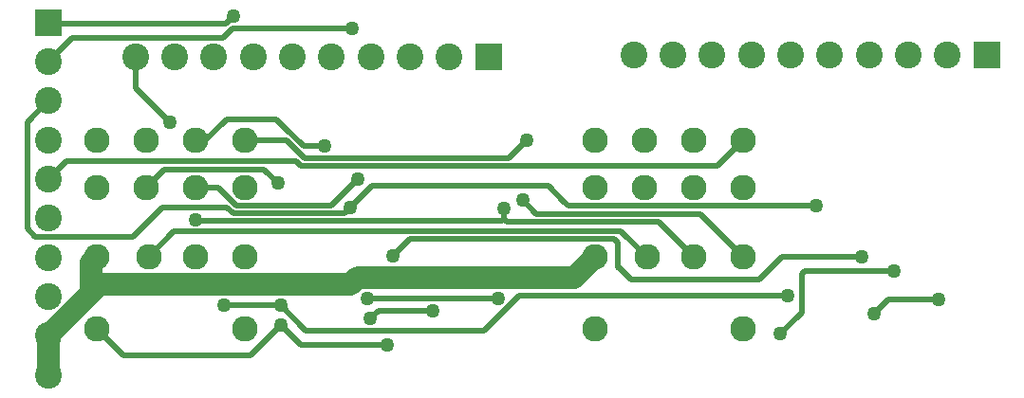
<source format=gbl>
%TF.GenerationSoftware,KiCad,Pcbnew,(5.99.0-9393-ga28cb98626)*%
%TF.CreationDate,2021-02-27T14:03:50-08:00*%
%TF.ProjectId,AuxRelays,41757852-656c-4617-9973-2e6b69636164,n/c*%
%TF.SameCoordinates,Original*%
%TF.FileFunction,Copper,L2,Bot*%
%TF.FilePolarity,Positive*%
%FSLAX46Y46*%
G04 Gerber Fmt 4.6, Leading zero omitted, Abs format (unit mm)*
G04 Created by KiCad (PCBNEW (5.99.0-9393-ga28cb98626)) date 2021-02-27 14:03:50*
%MOMM*%
%LPD*%
G01*
G04 APERTURE LIST*
%TA.AperFunction,ComponentPad*%
%ADD10C,2.286000*%
%TD*%
%TA.AperFunction,ComponentPad*%
%ADD11C,2.400000*%
%TD*%
%TA.AperFunction,ComponentPad*%
%ADD12R,2.400000X2.400000*%
%TD*%
%TA.AperFunction,ViaPad*%
%ADD13C,1.270000*%
%TD*%
%TA.AperFunction,Conductor*%
%ADD14C,0.508000*%
%TD*%
%TA.AperFunction,Conductor*%
%ADD15C,2.032000*%
%TD*%
G04 APERTURE END LIST*
D10*
%TO.P,RLY2,14*%
%TO.N,Net-(D13-Pad1)*%
X150233000Y-132116000D03*
%TO.P,RLY2,13*%
%TO.N,Net-(D13-Pad2)*%
X137033000Y-132116000D03*
%TO.P,RLY2,12*%
%TO.N,Net-(RLY1-Pad4)*%
X150233000Y-125716000D03*
%TO.P,RLY2,11*%
%TO.N,Net-(J2-Pad10)*%
X145833000Y-125716000D03*
%TO.P,RLY2,10*%
%TO.N,Net-(J1-Pad10)*%
X141633000Y-125716000D03*
%TO.P,RLY2,9*%
%TO.N,Net-(J3-Pad10)*%
X137033000Y-125716000D03*
%TO.P,RLY2,8*%
%TO.N,Net-(D19-Pad2)*%
X150233000Y-119516000D03*
%TO.P,RLY2,7*%
%TO.N,Net-(D17-Pad2)*%
X145833000Y-119516000D03*
%TO.P,RLY2,6*%
%TO.N,Net-(D15-Pad2)*%
X141433000Y-119516000D03*
%TO.P,RLY2,5*%
%TO.N,Net-(J2-Pad8)*%
X137033000Y-119516000D03*
%TO.P,RLY2,4*%
%TO.N,Net-(J3-Pad5)*%
X150233000Y-115316000D03*
%TO.P,RLY2,3*%
%TO.N,Net-(D16-Pad2)*%
X145833000Y-115316000D03*
%TO.P,RLY2,2*%
%TO.N,unconnected-(RLY2-Pad2)*%
X141433000Y-115316000D03*
%TO.P,RLY2,1*%
%TO.N,unconnected-(RLY2-Pad1)*%
X137033000Y-115316000D03*
%TD*%
%TO.P,RLY1,14*%
%TO.N,Net-(D2-Pad1)*%
X105783000Y-132116000D03*
%TO.P,RLY1,13*%
%TO.N,Net-(D2-Pad2)*%
X92583000Y-132116000D03*
%TO.P,RLY1,12*%
%TO.N,Net-(J3-Pad1)*%
X105783000Y-125716000D03*
%TO.P,RLY1,11*%
%TO.N,Net-(J2-Pad10)*%
X101383000Y-125716000D03*
%TO.P,RLY1,10*%
%TO.N,Net-(J1-Pad10)*%
X97183000Y-125716000D03*
%TO.P,RLY1,9*%
%TO.N,Net-(J3-Pad10)*%
X92583000Y-125716000D03*
%TO.P,RLY1,8*%
%TO.N,Net-(D11-Pad2)*%
X105783000Y-119516000D03*
%TO.P,RLY1,7*%
%TO.N,Net-(D6-Pad2)*%
X101383000Y-119516000D03*
%TO.P,RLY1,6*%
%TO.N,Net-(D4-Pad2)*%
X96983000Y-119516000D03*
%TO.P,RLY1,5*%
%TO.N,Net-(J1-Pad8)*%
X92583000Y-119516000D03*
%TO.P,RLY1,4*%
%TO.N,Net-(RLY1-Pad4)*%
X105783000Y-115316000D03*
%TO.P,RLY1,3*%
%TO.N,Net-(D5-Pad2)*%
X101383000Y-115316000D03*
%TO.P,RLY1,2*%
%TO.N,unconnected-(RLY1-Pad2)*%
X96983000Y-115316000D03*
%TO.P,RLY1,1*%
%TO.N,unconnected-(RLY1-Pad1)*%
X92583000Y-115316000D03*
%TD*%
D11*
%TO.P,J3,10,Pin_10*%
%TO.N,Net-(J3-Pad10)*%
X88265000Y-136275000D03*
%TO.P,J3,9,Pin_9*%
X88265000Y-132775000D03*
%TO.P,J3,8,Pin_8*%
%TO.N,GND*%
X88265000Y-129275000D03*
%TO.P,J3,7,Pin_7*%
X88265000Y-125775000D03*
%TO.P,J3,6,Pin_6*%
%TO.N,unconnected-(J3-Pad6)*%
X88265000Y-122275000D03*
%TO.P,J3,5,Pin_5*%
%TO.N,Net-(J3-Pad5)*%
X88265000Y-118775000D03*
%TO.P,J3,4,Pin_4*%
%TO.N,Net-(J3-Pad4)*%
X88265000Y-115275000D03*
%TO.P,J3,3,Pin_3*%
%TO.N,Net-(D20-Pad2)*%
X88265000Y-111775000D03*
%TO.P,J3,2,Pin_2*%
%TO.N,Net-(D11-Pad1)*%
X88265000Y-108275000D03*
D12*
%TO.P,J3,1,Pin_1*%
%TO.N,Net-(J3-Pad1)*%
X88265000Y-104775000D03*
%TD*%
D11*
%TO.P,J2,10,Pin_10*%
%TO.N,Net-(J2-Pad10)*%
X140460000Y-107696000D03*
%TO.P,J2,9,Pin_9*%
%TO.N,Net-(J2-Pad8)*%
X143960000Y-107696000D03*
%TO.P,J2,8,Pin_8*%
X147460000Y-107696000D03*
%TO.P,J2,7,Pin_7*%
%TO.N,Net-(D15-Pad1)*%
X150960000Y-107696000D03*
%TO.P,J2,6,Pin_6*%
%TO.N,Net-(D16-Pad1)*%
X154460000Y-107696000D03*
%TO.P,J2,5,Pin_5*%
%TO.N,Net-(D17-Pad1)*%
X157960000Y-107696000D03*
%TO.P,J2,4,Pin_4*%
%TO.N,Net-(D14-Pad2)*%
X161460000Y-107696000D03*
%TO.P,J2,3,Pin_3*%
%TO.N,Net-(D21-Pad2)*%
X164960000Y-107696000D03*
%TO.P,J2,2,Pin_2*%
%TO.N,Net-(D13-Pad2)*%
X168460000Y-107696000D03*
D12*
%TO.P,J2,1,Pin_1*%
%TO.N,Net-(D18-Pad1)*%
X171960000Y-107696000D03*
%TD*%
D11*
%TO.P,J1,10,Pin_10*%
%TO.N,Net-(J1-Pad10)*%
X96010000Y-107823000D03*
%TO.P,J1,9,Pin_9*%
%TO.N,Net-(J1-Pad8)*%
X99510000Y-107823000D03*
%TO.P,J1,8,Pin_8*%
X103010000Y-107823000D03*
%TO.P,J1,7,Pin_7*%
%TO.N,Net-(D4-Pad1)*%
X106510000Y-107823000D03*
%TO.P,J1,6,Pin_6*%
%TO.N,Net-(D5-Pad1)*%
X110010000Y-107823000D03*
%TO.P,J1,5,Pin_5*%
%TO.N,Net-(D6-Pad1)*%
X113510000Y-107823000D03*
%TO.P,J1,4,Pin_4*%
%TO.N,Net-(D3-Pad2)*%
X117010000Y-107823000D03*
%TO.P,J1,3,Pin_3*%
%TO.N,Net-(D10-Pad2)*%
X120510000Y-107823000D03*
%TO.P,J1,2,Pin_2*%
%TO.N,Net-(D2-Pad2)*%
X124010000Y-107823000D03*
D12*
%TO.P,J1,1,Pin_1*%
%TO.N,Net-(D7-Pad1)*%
X127510000Y-107823000D03*
%TD*%
D13*
%TO.N,Net-(J1-Pad10)*%
X99060000Y-113665000D03*
%TO.N,Net-(D2-Pad2)*%
X118491000Y-133604000D03*
X108966000Y-131826000D03*
%TO.N,Net-(J3-Pad4)*%
X103886000Y-130048000D03*
%TO.N,Net-(D11-Pad1)*%
X115316000Y-105283000D03*
%TO.N,Net-(J3-Pad1)*%
X104775000Y-104193990D03*
%TO.N,Net-(D5-Pad2)*%
X112903000Y-115824000D03*
%TO.N,Net-(D4-Pad2)*%
X108712000Y-119126000D03*
%TO.N,Net-(D6-Pad2)*%
X115824000Y-118745000D03*
%TO.N,Net-(D2-Pad2)*%
X116713000Y-129413000D03*
X128397000Y-129413000D03*
%TO.N,Net-(J3-Pad4)*%
X154178000Y-129159000D03*
X108966000Y-130048000D03*
%TO.N,Net-(D20-Pad2)*%
X156718000Y-121158000D03*
X115189000Y-121285000D03*
%TO.N,Net-(D19-Pad2)*%
X153543000Y-132588000D03*
X163660002Y-127000000D03*
%TO.N,Net-(D11-Pad1)*%
X160782000Y-125730000D03*
X118999000Y-125603000D03*
%TO.N,Net-(J2-Pad10)*%
X128905000Y-121412000D03*
%TO.N,Net-(RLY1-Pad4)*%
X130556000Y-120650000D03*
X130883010Y-115302253D03*
%TO.N,Net-(J2-Pad10)*%
X101346000Y-122374010D03*
%TO.N,Net-(D1-Pad2)*%
X122555000Y-130502010D03*
X116979075Y-131219169D03*
%TO.N,Net-(D12-Pad2)*%
X167640000Y-129540000D03*
X161925000Y-130810000D03*
%TD*%
D14*
%TO.N,Net-(J1-Pad10)*%
X96010000Y-107823000D02*
X96010000Y-110615000D01*
X96010000Y-110615000D02*
X99060000Y-113665000D01*
%TO.N,Net-(D20-Pad2)*%
X104187145Y-121285000D02*
X98425000Y-121285000D01*
X95780989Y-123929011D02*
X98425000Y-121285000D01*
X86360000Y-113680000D02*
X86360000Y-123190000D01*
X88265000Y-111775000D02*
X86360000Y-113680000D01*
X87099011Y-123929011D02*
X95780989Y-123929011D01*
X86360000Y-123190000D02*
X87099011Y-123929011D01*
%TO.N,Net-(J3-Pad4)*%
X127113552Y-132308170D02*
X111226170Y-132308170D01*
X130262722Y-129159000D02*
X127113552Y-132308170D01*
X154178000Y-129159000D02*
X130262722Y-129159000D01*
%TO.N,Net-(D1-Pad2)*%
X122555000Y-130502010D02*
X117696234Y-130502010D01*
%TO.N,Net-(J3-Pad4)*%
X111226170Y-132308170D02*
X108966000Y-130048000D01*
%TO.N,Net-(D1-Pad2)*%
X117696234Y-130502010D02*
X116979075Y-131219169D01*
%TO.N,Net-(D2-Pad2)*%
X108966000Y-131826000D02*
X110744000Y-133604000D01*
X110744000Y-133604000D02*
X118491000Y-133604000D01*
X106299000Y-134493000D02*
X94960000Y-134493000D01*
X94960000Y-134493000D02*
X92583000Y-132116000D01*
X108966000Y-131826000D02*
X106299000Y-134493000D01*
%TO.N,Net-(D20-Pad2)*%
X104723167Y-121821022D02*
X104187145Y-121285000D01*
X114652978Y-121821022D02*
X104723167Y-121821022D01*
X115189000Y-121285000D02*
X114652978Y-121821022D01*
%TO.N,Net-(J3-Pad4)*%
X108966000Y-130048000D02*
X103886000Y-130048000D01*
%TO.N,Net-(J3-Pad1)*%
X88265000Y-104775000D02*
X88392000Y-104902000D01*
%TO.N,Net-(D11-Pad1)*%
X104687268Y-105283000D02*
X103801279Y-106168989D01*
%TO.N,Net-(J3-Pad1)*%
X104066990Y-104902000D02*
X104775000Y-104193990D01*
X88392000Y-104902000D02*
X104066990Y-104902000D01*
%TO.N,Net-(D11-Pad1)*%
X115316000Y-105283000D02*
X104687268Y-105283000D01*
X103801279Y-106168989D02*
X90371011Y-106168989D01*
X90371011Y-106168989D02*
X88265000Y-108275000D01*
%TO.N,Net-(D5-Pad2)*%
X108585000Y-113411000D02*
X109347000Y-114173000D01*
%TO.N,Net-(J3-Pad5)*%
X110319434Y-117147990D02*
X89892010Y-117147990D01*
X110792456Y-117621012D02*
X110319434Y-117147990D01*
X150233000Y-115316000D02*
X147927988Y-117621012D01*
X147927988Y-117621012D02*
X110792456Y-117621012D01*
%TO.N,Net-(RLY1-Pad4)*%
X105783000Y-115316000D02*
X109488722Y-115316000D01*
%TO.N,Net-(D5-Pad2)*%
X109347000Y-114173000D02*
X110998000Y-115824000D01*
%TO.N,Net-(J3-Pad5)*%
X89892010Y-117147990D02*
X88265000Y-118775000D01*
%TO.N,Net-(RLY1-Pad4)*%
X109488722Y-115316000D02*
X111085723Y-116913001D01*
X129272262Y-116913001D02*
X130883010Y-115302253D01*
%TO.N,Net-(D5-Pad2)*%
X101383000Y-115316000D02*
X102235000Y-115316000D01*
%TO.N,Net-(RLY1-Pad4)*%
X111085723Y-116913001D02*
X129272262Y-116913001D01*
%TO.N,Net-(D5-Pad2)*%
X102235000Y-115316000D02*
X104140000Y-113411000D01*
X104140000Y-113411000D02*
X108585000Y-113411000D01*
X110998000Y-115824000D02*
X112903000Y-115824000D01*
%TO.N,Net-(J2-Pad10)*%
X101501022Y-122529032D02*
X101346000Y-122374010D01*
X128676968Y-122529032D02*
X101501022Y-122529032D01*
X128905000Y-122301000D02*
X128676968Y-122529032D01*
%TO.N,Net-(D4-Pad2)*%
X107504989Y-117918989D02*
X108712000Y-119126000D01*
%TO.N,Net-(D6-Pad2)*%
X105016434Y-121113011D02*
X113455989Y-121113011D01*
X101383000Y-119516000D02*
X103419423Y-119516000D01*
X113455989Y-121113011D02*
X115824000Y-118745000D01*
X103419423Y-119516000D02*
X105016434Y-121113011D01*
%TO.N,Net-(D4-Pad2)*%
X96983000Y-119516000D02*
X98580011Y-117918989D01*
X98580011Y-117918989D02*
X107504989Y-117918989D01*
D15*
%TO.N,Net-(J3-Pad10)*%
X137033000Y-125716000D02*
X135187001Y-127561999D01*
X115189519Y-128196999D02*
X92783001Y-128196999D01*
X92783001Y-128196999D02*
X92075000Y-128905000D01*
D14*
%TO.N,Net-(D2-Pad2)*%
X116713000Y-129413000D02*
X128397000Y-129413000D01*
D15*
%TO.N,Net-(J3-Pad10)*%
X135187001Y-127561999D02*
X115824519Y-127561999D01*
X115824519Y-127561999D02*
X115189519Y-128196999D01*
D14*
%TO.N,Net-(J1-Pad10)*%
X101868721Y-123463011D02*
X99435989Y-123463011D01*
X101920753Y-123410979D02*
X101868721Y-123463011D01*
X141633000Y-125716000D02*
X139327979Y-123410979D01*
X99435989Y-123463011D02*
X97183000Y-125716000D01*
X139327979Y-123410979D02*
X101920753Y-123410979D01*
%TO.N,Net-(J2-Pad10)*%
X129178022Y-122574022D02*
X128905000Y-122301000D01*
%TO.N,Net-(RLY1-Pad4)*%
X146383011Y-121866011D02*
X131772011Y-121866011D01*
%TO.N,Net-(D20-Pad2)*%
X134620000Y-121158000D02*
X134239000Y-120777000D01*
X132842000Y-119380000D02*
X127127000Y-119380000D01*
X156718000Y-121158000D02*
X134620000Y-121158000D01*
X134239000Y-120777000D02*
X132842000Y-119380000D01*
X117094000Y-119380000D02*
X115189000Y-121285000D01*
%TO.N,Net-(J2-Pad10)*%
X145833000Y-125716000D02*
X142691022Y-122574022D01*
X142691022Y-122574022D02*
X129178022Y-122574022D01*
%TO.N,Net-(RLY1-Pad4)*%
X131772011Y-121866011D02*
X130556000Y-120650000D01*
%TO.N,Net-(D20-Pad2)*%
X127127000Y-119380000D02*
X117094000Y-119380000D01*
%TO.N,Net-(RLY1-Pad4)*%
X150233000Y-125716000D02*
X146383011Y-121866011D01*
%TO.N,Net-(D19-Pad2)*%
X153543000Y-132588000D02*
X155448000Y-130683000D01*
X155448000Y-130683000D02*
X155448000Y-127254000D01*
X155448000Y-127254000D02*
X155702000Y-127000000D01*
X155702000Y-127000000D02*
X163660002Y-127000000D01*
%TO.N,Net-(D11-Pad1)*%
X139192000Y-126746000D02*
X139065000Y-126619000D01*
X140208000Y-127762000D02*
X139192000Y-126746000D01*
X153670000Y-125730000D02*
X151638000Y-127762000D01*
X151638000Y-127762000D02*
X140208000Y-127762000D01*
X120483011Y-124118989D02*
X118999000Y-125603000D01*
X139065000Y-124460000D02*
X138723989Y-124118989D01*
X139065000Y-126619000D02*
X139065000Y-124460000D01*
X160782000Y-125730000D02*
X153670000Y-125730000D01*
X138723989Y-124118989D02*
X120483011Y-124118989D01*
%TO.N,Net-(J2-Pad10)*%
X128905000Y-122301000D02*
X128905000Y-121412000D01*
%TO.N,Net-(D12-Pad2)*%
X163195000Y-129540000D02*
X161925000Y-130810000D01*
X167640000Y-129540000D02*
X163195000Y-129540000D01*
D15*
%TO.N,Net-(J3-Pad10)*%
X92075000Y-128905000D02*
X88265000Y-132715000D01*
X88265000Y-132715000D02*
X88265000Y-132775000D01*
X92075000Y-128905000D02*
X92075000Y-126224000D01*
X92075000Y-126224000D02*
X92583000Y-125716000D01*
X88265000Y-132775000D02*
X88265000Y-136275000D01*
%TD*%
M02*

</source>
